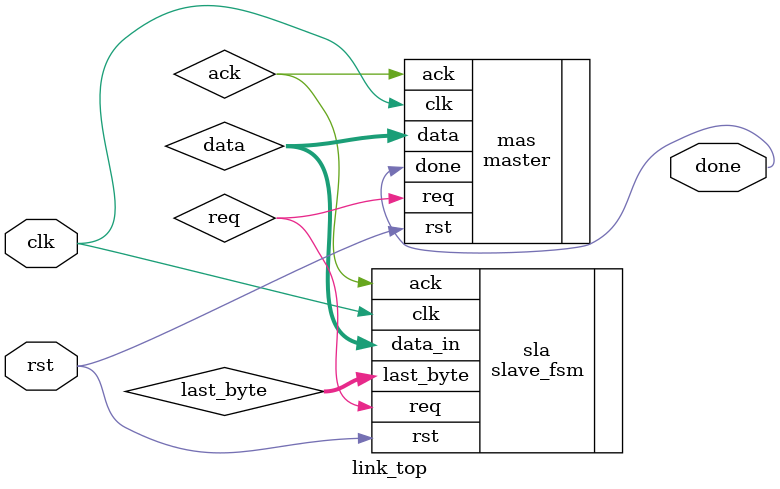
<source format=v>
`timescale 1ns / 1ps

module link_top(input clk,rst,output done);
wire req, ack;
wire [7:0] data,last_byte;
master mas(.clk(clk),.rst(rst),.ack(ack),.req(req),.data(data),.done(done));
slave_fsm sla(.clk(clk),.rst(rst),.req(req), .data_in(data),.ack(ack),.last_byte(last_byte));
endmodule
</source>
